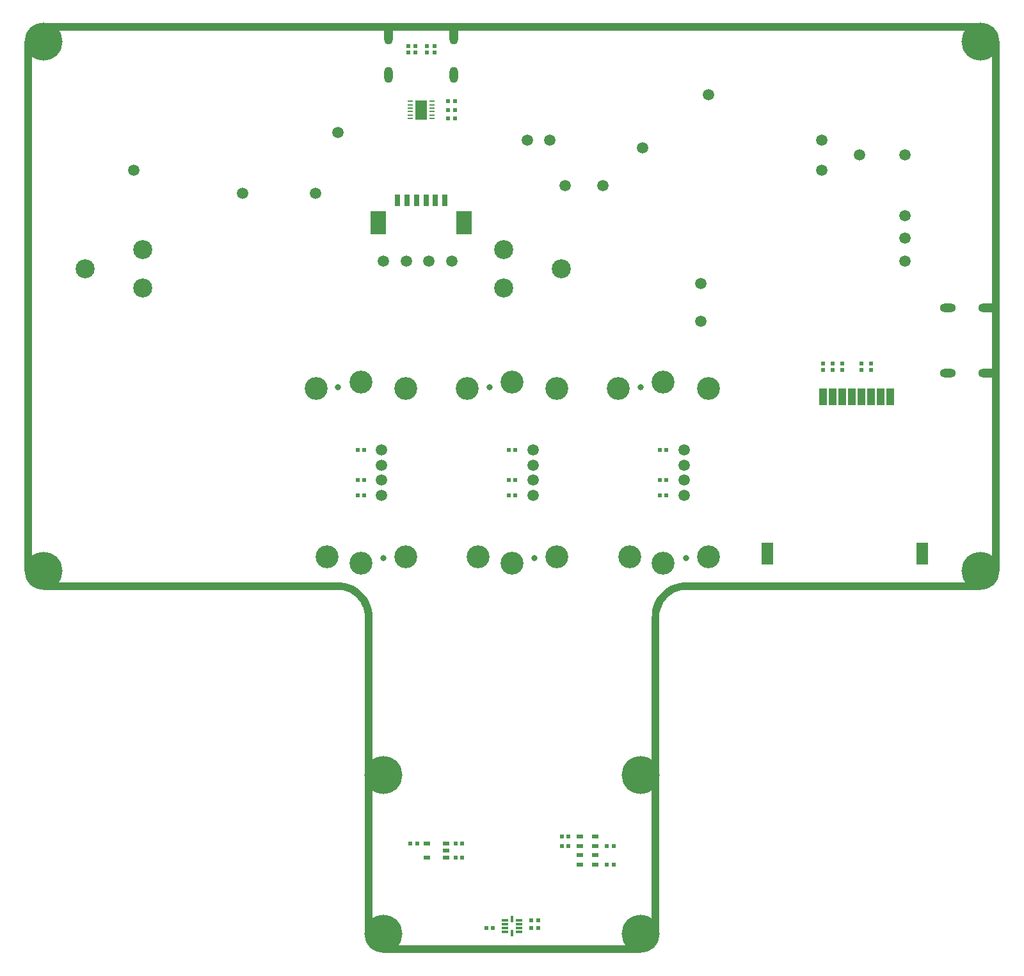
<source format=gbs>
G04*
G04 #@! TF.GenerationSoftware,Altium Limited,Altium Designer,23.3.1 (30)*
G04*
G04 Layer_Color=16711935*
%FSLAX44Y44*%
%MOMM*%
G71*
G04*
G04 #@! TF.SameCoordinates,DCB42576-95BD-42AD-BAF6-B7D1C35FFA17*
G04*
G04*
G04 #@! TF.FilePolarity,Negative*
G04*
G01*
G75*
%ADD62R,124.0000X1.0000*%
%ADD64R,1.0000X70.0000*%
%ADD65R,39.0000X1.0000*%
%ADD66R,38.9999X1.0000*%
%ADD68R,1.0000X42.0000*%
%ADD69R,0.5400X0.4900*%
%ADD70R,0.4900X0.5400*%
%ADD75R,0.8200X0.5200*%
%ADD80R,0.8200X0.6200*%
%ADD88R,0.7700X1.5200*%
%ADD89R,2.0200X3.0200*%
%ADD114C,0.7500*%
%ADD115O,2.1200X1.1200*%
%ADD116O,2.6200X1.1200*%
%ADD117O,1.1200X2.1200*%
%ADD118O,1.1200X2.6200*%
%ADD119C,5.0200*%
%ADD120C,1.5200*%
%ADD121C,3.0200*%
%ADD122C,0.8200*%
%ADD123C,2.5200*%
%ADD146R,1.0000X70.0000*%
%ADD147R,34.2020X1.0000*%
%ADD148R,1.0000X42.2020*%
%ADD149R,0.7200X0.2700*%
%ADD150R,1.6200X2.5200*%
%ADD151R,1.0200X2.3200*%
%ADD152R,1.5200X2.9700*%
%ADD153R,0.8200X0.3200*%
%ADD154R,0.3200X0.8200*%
G36*
X-230000Y445000D02*
X-227711Y444925D01*
X-223172Y444328D01*
X-218750Y443143D01*
X-214520Y441390D01*
X-210555Y439101D01*
X-206923Y436314D01*
X-203686Y433077D01*
X-200899Y429445D01*
X-198610Y425480D01*
X-196857Y421250D01*
X-195672Y416828D01*
X-195075Y412289D01*
X-195000Y410000D01*
D01*
X-185000D01*
Y412949D01*
X-185770Y418798D01*
X-187297Y424496D01*
X-189554Y429946D01*
X-192504Y435054D01*
X-196095Y439734D01*
X-200266Y443905D01*
X-204946Y447496D01*
X-210054Y450446D01*
X-215504Y452703D01*
X-221202Y454230D01*
X-227050Y455000D01*
X-230000D01*
D01*
Y445000D01*
D02*
G37*
G36*
X195002Y410000D02*
X195076Y412289D01*
X195674Y416828D01*
X196859Y421250D01*
X198611Y425480D01*
X200900Y429445D01*
X203687Y433077D01*
X206924Y436314D01*
X210557Y439101D01*
X214521Y441391D01*
X218751Y443143D01*
X223173Y444328D01*
X227712Y444925D01*
X230002Y445000D01*
D01*
Y455000D01*
X227052D01*
X221203Y454230D01*
X215506Y452703D01*
X210056Y450446D01*
X204947Y447496D01*
X200267Y443905D01*
X196096Y439734D01*
X192505Y435054D01*
X189556Y429946D01*
X187298Y424496D01*
X185771Y418798D01*
X185002Y412949D01*
Y410000D01*
D01*
X195002D01*
D02*
G37*
D62*
X0Y1190000D02*
D03*
D64*
X-640000Y820000D02*
D03*
D65*
X-425000Y450000D02*
D03*
D66*
X425001D02*
D03*
D68*
X-190000Y200000D02*
D03*
D69*
X-137500Y1155700D02*
D03*
Y1164300D02*
D03*
X-127500Y1155700D02*
D03*
Y1164300D02*
D03*
X-112500Y1155700D02*
D03*
Y1164300D02*
D03*
X-102500Y1155700D02*
D03*
Y1164300D02*
D03*
X411100Y735700D02*
D03*
Y744300D02*
D03*
X423800Y735700D02*
D03*
Y744300D02*
D03*
X436500Y735700D02*
D03*
Y744300D02*
D03*
X461900Y735700D02*
D03*
Y744300D02*
D03*
X474600Y735700D02*
D03*
Y744300D02*
D03*
D70*
X-75700Y1068750D02*
D03*
X-84300D02*
D03*
X-75700Y1080000D02*
D03*
X-84300D02*
D03*
Y1091250D02*
D03*
X-75700D02*
D03*
X-25700Y-2500D02*
D03*
X-34300D02*
D03*
X34300D02*
D03*
X25700D02*
D03*
X34300Y7500D02*
D03*
X25700D02*
D03*
X195700Y630000D02*
D03*
X204300D02*
D03*
Y590000D02*
D03*
X195700D02*
D03*
Y570000D02*
D03*
X204300D02*
D03*
X-4300Y630000D02*
D03*
X4300D02*
D03*
Y590000D02*
D03*
X-4300D02*
D03*
Y570000D02*
D03*
X4300D02*
D03*
X-204300Y630000D02*
D03*
X-195700D02*
D03*
Y590000D02*
D03*
X-204300D02*
D03*
Y570000D02*
D03*
X-195700D02*
D03*
X-125700Y109500D02*
D03*
X-134300D02*
D03*
X-65700Y90500D02*
D03*
X-74300D02*
D03*
X-65700Y109500D02*
D03*
X-74300D02*
D03*
X65700Y118750D02*
D03*
X74300D02*
D03*
X65700Y106250D02*
D03*
X74300D02*
D03*
X125700Y81250D02*
D03*
X134300D02*
D03*
X125700Y106250D02*
D03*
X134300D02*
D03*
D75*
X90000Y81250D02*
D03*
Y93750D02*
D03*
Y106250D02*
D03*
Y118750D02*
D03*
X110000Y81250D02*
D03*
Y93750D02*
D03*
Y106250D02*
D03*
Y118750D02*
D03*
D80*
X-87000Y109500D02*
D03*
Y100000D02*
D03*
Y90500D02*
D03*
X-113000D02*
D03*
Y109500D02*
D03*
D88*
X-101396Y960000D02*
D03*
X-88896D02*
D03*
X-113896D02*
D03*
X-138896D02*
D03*
X-126396D02*
D03*
X-151396D02*
D03*
D89*
X-63396Y931000D02*
D03*
X-176896D02*
D03*
D114*
X640000Y1070000D02*
D03*
Y1080000D02*
D03*
Y1120000D02*
D03*
Y1110000D02*
D03*
Y1100000D02*
D03*
Y1090000D02*
D03*
Y1130000D02*
D03*
Y1140000D02*
D03*
Y1150000D02*
D03*
X-599999Y1190000D02*
D03*
X-589999D02*
D03*
X-549999D02*
D03*
X-559999D02*
D03*
X-569999D02*
D03*
X-579999D02*
D03*
X-439999D02*
D03*
X-449999D02*
D03*
X-489999D02*
D03*
X-479999D02*
D03*
X-469999D02*
D03*
X-459999D02*
D03*
X-499999D02*
D03*
X-509999D02*
D03*
X-519999D02*
D03*
X-529999D02*
D03*
X-539999D02*
D03*
X-429999D02*
D03*
X-419999D02*
D03*
X-379999D02*
D03*
X-389999D02*
D03*
X-399999D02*
D03*
X-409999D02*
D03*
X-319999D02*
D03*
X-309999D02*
D03*
X-329999D02*
D03*
X-339999D02*
D03*
X-349999D02*
D03*
X-359999D02*
D03*
X-369999D02*
D03*
X-210000D02*
D03*
X-180000D02*
D03*
X-190000D02*
D03*
X-200000D02*
D03*
X-40000D02*
D03*
X-50000D02*
D03*
X-60000D02*
D03*
X70000D02*
D03*
X60000D02*
D03*
X20000D02*
D03*
X30000D02*
D03*
X40000D02*
D03*
X50000D02*
D03*
X10000D02*
D03*
X0D02*
D03*
X-10000D02*
D03*
X-20000D02*
D03*
X-30000D02*
D03*
X80000D02*
D03*
X90000D02*
D03*
X130000D02*
D03*
X120000D02*
D03*
X110000D02*
D03*
X100000D02*
D03*
X240000D02*
D03*
X230000D02*
D03*
X190000D02*
D03*
X200000D02*
D03*
X210000D02*
D03*
X220000D02*
D03*
X180000D02*
D03*
X170000D02*
D03*
X160000D02*
D03*
X150000D02*
D03*
X140000D02*
D03*
X250000D02*
D03*
X260000D02*
D03*
X299999D02*
D03*
X289999D02*
D03*
X279999D02*
D03*
X270000D02*
D03*
X409999D02*
D03*
X399999D02*
D03*
X359999D02*
D03*
X369999D02*
D03*
X379999D02*
D03*
X389999D02*
D03*
X349999D02*
D03*
X339999D02*
D03*
X329999D02*
D03*
X319999D02*
D03*
X309999D02*
D03*
X479999D02*
D03*
X489999D02*
D03*
X499999D02*
D03*
X589999D02*
D03*
X599999D02*
D03*
X509999D02*
D03*
X519999D02*
D03*
X559999D02*
D03*
X549999D02*
D03*
X539999D02*
D03*
X529999D02*
D03*
X569999D02*
D03*
X579999D02*
D03*
X439999D02*
D03*
X449999D02*
D03*
X459999D02*
D03*
X469999D02*
D03*
X429999D02*
D03*
X419999D02*
D03*
X-640000Y1149999D02*
D03*
Y1139999D02*
D03*
Y1129999D02*
D03*
X-190000Y389999D02*
D03*
X640000Y1060000D02*
D03*
Y1050000D02*
D03*
Y1040000D02*
D03*
Y1030000D02*
D03*
Y1020000D02*
D03*
Y980000D02*
D03*
Y990000D02*
D03*
Y1000000D02*
D03*
Y1010000D02*
D03*
Y970000D02*
D03*
Y960000D02*
D03*
Y950000D02*
D03*
Y940000D02*
D03*
Y930000D02*
D03*
Y890000D02*
D03*
Y900000D02*
D03*
Y910000D02*
D03*
Y920000D02*
D03*
Y880000D02*
D03*
Y870000D02*
D03*
Y860001D02*
D03*
Y850001D02*
D03*
Y840001D02*
D03*
Y800001D02*
D03*
Y830001D02*
D03*
Y790001D02*
D03*
Y780001D02*
D03*
Y770001D02*
D03*
Y760001D02*
D03*
Y750001D02*
D03*
Y710001D02*
D03*
Y720001D02*
D03*
Y700001D02*
D03*
Y690001D02*
D03*
Y680001D02*
D03*
Y670001D02*
D03*
Y660001D02*
D03*
Y620001D02*
D03*
Y630001D02*
D03*
Y640001D02*
D03*
Y650001D02*
D03*
Y510001D02*
D03*
Y520001D02*
D03*
Y560001D02*
D03*
Y550001D02*
D03*
Y540001D02*
D03*
Y530001D02*
D03*
Y570001D02*
D03*
Y580001D02*
D03*
Y490001D02*
D03*
Y500001D02*
D03*
Y590001D02*
D03*
Y600001D02*
D03*
Y610001D02*
D03*
X-640000Y999999D02*
D03*
Y1009999D02*
D03*
Y989999D02*
D03*
Y959999D02*
D03*
Y969999D02*
D03*
Y979999D02*
D03*
Y1019999D02*
D03*
Y1029999D02*
D03*
Y910000D02*
D03*
Y920000D02*
D03*
Y900000D02*
D03*
Y870000D02*
D03*
Y880000D02*
D03*
Y890000D02*
D03*
Y930000D02*
D03*
Y940000D02*
D03*
Y949999D02*
D03*
Y820000D02*
D03*
Y830000D02*
D03*
Y810000D02*
D03*
Y780000D02*
D03*
Y790000D02*
D03*
Y800000D02*
D03*
Y840000D02*
D03*
Y850000D02*
D03*
Y860000D02*
D03*
Y730000D02*
D03*
Y740000D02*
D03*
Y720000D02*
D03*
Y690000D02*
D03*
Y700000D02*
D03*
Y710000D02*
D03*
Y750000D02*
D03*
Y760000D02*
D03*
Y770000D02*
D03*
Y640000D02*
D03*
Y650000D02*
D03*
Y630000D02*
D03*
Y600000D02*
D03*
Y610000D02*
D03*
Y620000D02*
D03*
Y660000D02*
D03*
Y670000D02*
D03*
Y680000D02*
D03*
Y590000D02*
D03*
Y580000D02*
D03*
Y570000D02*
D03*
Y530000D02*
D03*
Y520000D02*
D03*
Y490000D02*
D03*
Y500000D02*
D03*
Y510000D02*
D03*
Y540000D02*
D03*
Y560000D02*
D03*
Y550000D02*
D03*
X-129999Y-30000D02*
D03*
X-119999D02*
D03*
X-79999D02*
D03*
X-89999D02*
D03*
X-99999D02*
D03*
X-109999D02*
D03*
X-69999D02*
D03*
X-59999D02*
D03*
X-149999D02*
D03*
X-139999D02*
D03*
X40001D02*
D03*
X30001D02*
D03*
X20001D02*
D03*
X10001D02*
D03*
X1D02*
D03*
X50001D02*
D03*
X60001D02*
D03*
X-49999D02*
D03*
X-39999D02*
D03*
X-29999D02*
D03*
X-19999D02*
D03*
X-9999D02*
D03*
X70001D02*
D03*
X80001D02*
D03*
X90001D02*
D03*
X100001D02*
D03*
X110001D02*
D03*
X150001D02*
D03*
X140001D02*
D03*
X130001D02*
D03*
X120001D02*
D03*
X-190000Y9999D02*
D03*
Y19999D02*
D03*
Y29999D02*
D03*
Y39999D02*
D03*
Y49999D02*
D03*
Y129999D02*
D03*
Y139999D02*
D03*
Y149999D02*
D03*
Y159999D02*
D03*
Y169999D02*
D03*
Y59999D02*
D03*
Y69999D02*
D03*
Y119999D02*
D03*
Y109999D02*
D03*
Y99999D02*
D03*
Y89999D02*
D03*
Y79999D02*
D03*
Y259999D02*
D03*
Y269999D02*
D03*
Y179999D02*
D03*
Y229999D02*
D03*
Y219999D02*
D03*
Y239999D02*
D03*
Y249999D02*
D03*
X-300000Y450000D02*
D03*
X-290000D02*
D03*
X-280000D02*
D03*
X-270000D02*
D03*
X-240000D02*
D03*
X-250000D02*
D03*
X-260000D02*
D03*
X-190000Y309999D02*
D03*
Y299999D02*
D03*
Y289999D02*
D03*
Y279999D02*
D03*
Y319999D02*
D03*
Y329999D02*
D03*
Y339999D02*
D03*
Y349999D02*
D03*
Y359999D02*
D03*
Y369999D02*
D03*
Y399999D02*
D03*
Y379999D02*
D03*
X190000Y280001D02*
D03*
Y290001D02*
D03*
Y300001D02*
D03*
Y310001D02*
D03*
Y270001D02*
D03*
Y260001D02*
D03*
Y250001D02*
D03*
Y240001D02*
D03*
Y230001D02*
D03*
Y150001D02*
D03*
Y140001D02*
D03*
Y130001D02*
D03*
Y120001D02*
D03*
Y110001D02*
D03*
Y220001D02*
D03*
Y160001D02*
D03*
Y170001D02*
D03*
Y180001D02*
D03*
Y20001D02*
D03*
Y10001D02*
D03*
Y100001D02*
D03*
Y90001D02*
D03*
Y50001D02*
D03*
Y60001D02*
D03*
Y70001D02*
D03*
Y80001D02*
D03*
Y40001D02*
D03*
Y30001D02*
D03*
X300001Y450000D02*
D03*
X250001D02*
D03*
X260001D02*
D03*
X290001D02*
D03*
X280001D02*
D03*
X270001D02*
D03*
X240002D02*
D03*
X190000Y360000D02*
D03*
Y350000D02*
D03*
Y320001D02*
D03*
Y330001D02*
D03*
Y340000D02*
D03*
Y380000D02*
D03*
Y370000D02*
D03*
Y390000D02*
D03*
Y400000D02*
D03*
X-194310Y427990D02*
D03*
X-203200Y439420D02*
D03*
X-215900Y447040D02*
D03*
X-230124Y449710D02*
D03*
X-190500Y415290D02*
D03*
X224711Y449500D02*
D03*
X192962Y424100D02*
D03*
X200581Y436800D02*
D03*
X212012Y445690D02*
D03*
X190000Y410000D02*
D03*
D115*
X576400Y818200D02*
D03*
Y731800D02*
D03*
D116*
X630000D02*
D03*
Y818200D02*
D03*
D117*
X-163200Y1126400D02*
D03*
X-76800D02*
D03*
D118*
Y1180000D02*
D03*
X-163200D02*
D03*
D119*
X620000Y1170000D02*
D03*
X-620000D02*
D03*
X620000Y470000D02*
D03*
X-620000D02*
D03*
X-170000Y200000D02*
D03*
X170000D02*
D03*
X-170000Y-10000D02*
D03*
X170000D02*
D03*
D120*
X-170000Y880000D02*
D03*
X-140000D02*
D03*
X-80000D02*
D03*
X-110000D02*
D03*
X172982Y1030000D02*
D03*
X260000Y1100000D02*
D03*
X520000Y940000D02*
D03*
X460000Y1020000D02*
D03*
X520000Y910000D02*
D03*
Y880000D02*
D03*
X410000Y1040000D02*
D03*
Y1000000D02*
D03*
X520000Y1020000D02*
D03*
X20000Y1040000D02*
D03*
X50000D02*
D03*
X250000Y850000D02*
D03*
Y800000D02*
D03*
X70000Y980000D02*
D03*
X120000D02*
D03*
X-260000Y970000D02*
D03*
X-230000Y1050000D02*
D03*
X-356800Y970000D02*
D03*
X-500000Y1000000D02*
D03*
X227500Y610000D02*
D03*
Y590000D02*
D03*
Y570000D02*
D03*
Y630000D02*
D03*
X27500Y610000D02*
D03*
Y590000D02*
D03*
Y570000D02*
D03*
Y630000D02*
D03*
X-172500Y610000D02*
D03*
Y590000D02*
D03*
Y570000D02*
D03*
Y630000D02*
D03*
D121*
X259500Y489000D02*
D03*
Y711000D02*
D03*
X140500D02*
D03*
X155500Y489000D02*
D03*
X200000Y480000D02*
D03*
Y720000D02*
D03*
X59500Y489000D02*
D03*
Y711000D02*
D03*
X-59500D02*
D03*
X-44500Y489000D02*
D03*
X0Y480000D02*
D03*
Y720000D02*
D03*
X-140500Y489000D02*
D03*
Y711000D02*
D03*
X-259500D02*
D03*
X-244500Y489000D02*
D03*
X-200000Y480000D02*
D03*
Y720000D02*
D03*
D122*
X170000Y713000D02*
D03*
X230000Y487000D02*
D03*
X-30000Y713000D02*
D03*
X30000Y487000D02*
D03*
X-230000Y713000D02*
D03*
X-170000Y487000D02*
D03*
D123*
X-565000Y870000D02*
D03*
X-488800Y895400D02*
D03*
Y844600D02*
D03*
X-11200D02*
D03*
Y895400D02*
D03*
X65000Y870000D02*
D03*
D146*
X640000Y820000D02*
D03*
D147*
X-1010Y-30000D02*
D03*
D148*
X190000Y198990D02*
D03*
D149*
X-105650Y1091250D02*
D03*
Y1086750D02*
D03*
Y1082250D02*
D03*
Y1077750D02*
D03*
Y1073250D02*
D03*
Y1068750D02*
D03*
X-134350D02*
D03*
Y1073250D02*
D03*
Y1077750D02*
D03*
Y1082250D02*
D03*
Y1086750D02*
D03*
Y1091250D02*
D03*
D150*
X-120000Y1080000D02*
D03*
D151*
X411100Y700000D02*
D03*
X423800D02*
D03*
X436500D02*
D03*
X449200D02*
D03*
X461900D02*
D03*
X474600D02*
D03*
X487300D02*
D03*
X500000D02*
D03*
D152*
X543000Y493000D02*
D03*
X338200D02*
D03*
D153*
X9500Y7500D02*
D03*
Y2500D02*
D03*
Y-2500D02*
D03*
Y-7500D02*
D03*
X-9500Y7500D02*
D03*
Y2500D02*
D03*
Y-2500D02*
D03*
Y-7500D02*
D03*
D154*
X0Y9500D02*
D03*
Y-9500D02*
D03*
M02*

</source>
